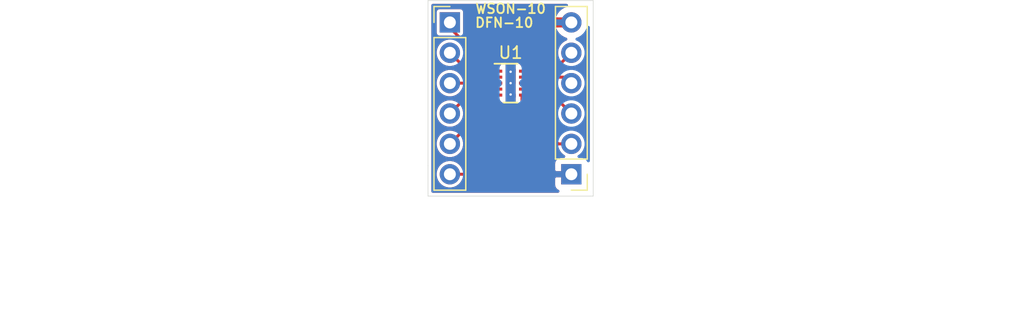
<source format=kicad_pcb>
(kicad_pcb (version 20171130) (host pcbnew "(5.1.5-0-10_14)")

  (general
    (thickness 1.6)
    (drawings 9)
    (tracks 34)
    (zones 0)
    (modules 3)
    (nets 12)
  )

  (page A4)
  (layers
    (0 F.Cu signal)
    (31 B.Cu signal)
    (32 B.Adhes user)
    (33 F.Adhes user)
    (34 B.Paste user)
    (35 F.Paste user)
    (36 B.SilkS user)
    (37 F.SilkS user)
    (38 B.Mask user)
    (39 F.Mask user)
    (40 Dwgs.User user)
    (41 Cmts.User user)
    (42 Eco1.User user)
    (43 Eco2.User user)
    (44 Edge.Cuts user)
    (45 Margin user)
    (46 B.CrtYd user)
    (47 F.CrtYd user)
    (48 B.Fab user)
    (49 F.Fab user)
  )

  (setup
    (last_trace_width 0.25)
    (user_trace_width 0.25)
    (user_trace_width 0.84)
    (trace_clearance 0.2)
    (zone_clearance 0.254)
    (zone_45_only no)
    (trace_min 0.2)
    (via_size 0.8)
    (via_drill 0.4)
    (via_min_size 0.4)
    (via_min_drill 0.3)
    (uvia_size 0.3)
    (uvia_drill 0.1)
    (uvias_allowed no)
    (uvia_min_size 0.2)
    (uvia_min_drill 0.1)
    (edge_width 0.05)
    (segment_width 0.2)
    (pcb_text_width 0.3)
    (pcb_text_size 1.5 1.5)
    (mod_edge_width 0.12)
    (mod_text_size 1 1)
    (mod_text_width 0.15)
    (pad_size 1.524 1.524)
    (pad_drill 0.762)
    (pad_to_mask_clearance 0.051)
    (solder_mask_min_width 0.25)
    (aux_axis_origin 0 0)
    (visible_elements FFFFFF7F)
    (pcbplotparams
      (layerselection 0x010fc_ffffffff)
      (usegerberextensions false)
      (usegerberattributes false)
      (usegerberadvancedattributes false)
      (creategerberjobfile false)
      (excludeedgelayer true)
      (linewidth 0.100000)
      (plotframeref false)
      (viasonmask false)
      (mode 1)
      (useauxorigin false)
      (hpglpennumber 1)
      (hpglpenspeed 20)
      (hpglpendiameter 15.000000)
      (psnegative false)
      (psa4output false)
      (plotreference true)
      (plotvalue true)
      (plotinvisibletext false)
      (padsonsilk false)
      (subtractmaskfromsilk false)
      (outputformat 1)
      (mirror false)
      (drillshape 1)
      (scaleselection 1)
      (outputdirectory ""))
  )

  (net 0 "")
  (net 1 PAD)
  (net 2 VOS)
  (net 3 SW)
  (net 4 nSLEEP)
  (net 5 PG)
  (net 6 AGND)
  (net 7 FB)
  (net 8 EN)
  (net 9 VIN)
  (net 10 PGND)
  (net 11 NC)

  (net_class Default "This is the default net class."
    (clearance 0.2)
    (trace_width 0.25)
    (via_dia 0.8)
    (via_drill 0.4)
    (uvia_dia 0.3)
    (uvia_drill 0.1)
    (add_net AGND)
    (add_net EN)
    (add_net FB)
    (add_net NC)
    (add_net PAD)
    (add_net PG)
    (add_net PGND)
    (add_net SW)
    (add_net VIN)
    (add_net VOS)
    (add_net nSLEEP)
  )

  (module Connector_PinHeader_2.54mm:PinHeader_1x06_P2.54mm_Vertical (layer F.Cu) (tedit 59FED5CC) (tstamp 5ED7F8DB)
    (at 72.2376 64.516 180)
    (descr "Through hole straight pin header, 1x06, 2.54mm pitch, single row")
    (tags "Through hole pin header THT 1x06 2.54mm single row")
    (path /5ED943AD)
    (fp_text reference J2 (at 0 -2.33) (layer F.SilkS) hide
      (effects (font (size 1 1) (thickness 0.15)))
    )
    (fp_text value Conn_01x06_Male (at 0 15.03) (layer F.Fab) hide
      (effects (font (size 1 1) (thickness 0.15)))
    )
    (fp_text user %R (at 0 6.35 90) (layer F.Fab) hide
      (effects (font (size 1 1) (thickness 0.15)))
    )
    (fp_line (start 1.8 -1.8) (end -1.8 -1.8) (layer F.CrtYd) (width 0.05))
    (fp_line (start 1.8 14.5) (end 1.8 -1.8) (layer F.CrtYd) (width 0.05))
    (fp_line (start -1.8 14.5) (end 1.8 14.5) (layer F.CrtYd) (width 0.05))
    (fp_line (start -1.8 -1.8) (end -1.8 14.5) (layer F.CrtYd) (width 0.05))
    (fp_line (start -1.33 -1.33) (end 0 -1.33) (layer F.SilkS) (width 0.12))
    (fp_line (start -1.33 0) (end -1.33 -1.33) (layer F.SilkS) (width 0.12))
    (fp_line (start -1.33 1.27) (end 1.33 1.27) (layer F.SilkS) (width 0.12))
    (fp_line (start 1.33 1.27) (end 1.33 14.03) (layer F.SilkS) (width 0.12))
    (fp_line (start -1.33 1.27) (end -1.33 14.03) (layer F.SilkS) (width 0.12))
    (fp_line (start -1.33 14.03) (end 1.33 14.03) (layer F.SilkS) (width 0.12))
    (fp_line (start -1.27 -0.635) (end -0.635 -1.27) (layer F.Fab) (width 0.1))
    (fp_line (start -1.27 13.97) (end -1.27 -0.635) (layer F.Fab) (width 0.1))
    (fp_line (start 1.27 13.97) (end -1.27 13.97) (layer F.Fab) (width 0.1))
    (fp_line (start 1.27 -1.27) (end 1.27 13.97) (layer F.Fab) (width 0.1))
    (fp_line (start -0.635 -1.27) (end 1.27 -1.27) (layer F.Fab) (width 0.1))
    (pad 6 thru_hole oval (at 0 12.7 180) (size 1.7 1.7) (drill 1) (layers *.Cu *.Mask)
      (net 1 PAD))
    (pad 5 thru_hole oval (at 0 10.16 180) (size 1.7 1.7) (drill 1) (layers *.Cu *.Mask)
      (net 2 VOS))
    (pad 4 thru_hole oval (at 0 7.62 180) (size 1.7 1.7) (drill 1) (layers *.Cu *.Mask)
      (net 3 SW))
    (pad 3 thru_hole oval (at 0 5.08 180) (size 1.7 1.7) (drill 1) (layers *.Cu *.Mask)
      (net 4 nSLEEP))
    (pad 2 thru_hole oval (at 0 2.54 180) (size 1.7 1.7) (drill 1) (layers *.Cu *.Mask)
      (net 5 PG))
    (pad 1 thru_hole rect (at 0 0 180) (size 1.7 1.7) (drill 1) (layers *.Cu *.Mask)
      (net 1 PAD))
    (model ${KISYS3DMOD}/Connector_PinHeader_2.54mm.3dshapes/PinHeader_1x06_P2.54mm_Vertical.wrl
      (at (xyz 0 0 0))
      (scale (xyz 1 1 1))
      (rotate (xyz 0 0 0))
    )
  )

  (module Connector_PinHeader_2.54mm:PinHeader_1x06_P2.54mm_Vertical (layer F.Cu) (tedit 59FED5CC) (tstamp 5ED7F8C1)
    (at 62.0776 51.816)
    (descr "Through hole straight pin header, 1x06, 2.54mm pitch, single row")
    (tags "Through hole pin header THT 1x06 2.54mm single row")
    (path /5ED9287E)
    (fp_text reference J1 (at 0 -2.33) (layer F.SilkS) hide
      (effects (font (size 1 1) (thickness 0.15)))
    )
    (fp_text value Conn_01x06_Male (at 0 15.03) (layer F.Fab) hide
      (effects (font (size 1 1) (thickness 0.15)))
    )
    (fp_text user %R (at 0 6.35 90) (layer F.Fab) hide
      (effects (font (size 1 1) (thickness 0.15)))
    )
    (fp_line (start 1.8 -1.8) (end -1.8 -1.8) (layer F.CrtYd) (width 0.05))
    (fp_line (start 1.8 14.5) (end 1.8 -1.8) (layer F.CrtYd) (width 0.05))
    (fp_line (start -1.8 14.5) (end 1.8 14.5) (layer F.CrtYd) (width 0.05))
    (fp_line (start -1.8 -1.8) (end -1.8 14.5) (layer F.CrtYd) (width 0.05))
    (fp_line (start -1.33 -1.33) (end 0 -1.33) (layer F.SilkS) (width 0.12))
    (fp_line (start -1.33 0) (end -1.33 -1.33) (layer F.SilkS) (width 0.12))
    (fp_line (start -1.33 1.27) (end 1.33 1.27) (layer F.SilkS) (width 0.12))
    (fp_line (start 1.33 1.27) (end 1.33 14.03) (layer F.SilkS) (width 0.12))
    (fp_line (start -1.33 1.27) (end -1.33 14.03) (layer F.SilkS) (width 0.12))
    (fp_line (start -1.33 14.03) (end 1.33 14.03) (layer F.SilkS) (width 0.12))
    (fp_line (start -1.27 -0.635) (end -0.635 -1.27) (layer F.Fab) (width 0.1))
    (fp_line (start -1.27 13.97) (end -1.27 -0.635) (layer F.Fab) (width 0.1))
    (fp_line (start 1.27 13.97) (end -1.27 13.97) (layer F.Fab) (width 0.1))
    (fp_line (start 1.27 -1.27) (end 1.27 13.97) (layer F.Fab) (width 0.1))
    (fp_line (start -0.635 -1.27) (end 1.27 -1.27) (layer F.Fab) (width 0.1))
    (pad 6 thru_hole oval (at 0 12.7) (size 1.7 1.7) (drill 1) (layers *.Cu *.Mask)
      (net 6 AGND))
    (pad 5 thru_hole oval (at 0 10.16) (size 1.7 1.7) (drill 1) (layers *.Cu *.Mask)
      (net 7 FB))
    (pad 4 thru_hole oval (at 0 7.62) (size 1.7 1.7) (drill 1) (layers *.Cu *.Mask)
      (net 11 NC))
    (pad 3 thru_hole oval (at 0 5.08) (size 1.7 1.7) (drill 1) (layers *.Cu *.Mask)
      (net 8 EN))
    (pad 2 thru_hole oval (at 0 2.54) (size 1.7 1.7) (drill 1) (layers *.Cu *.Mask)
      (net 9 VIN))
    (pad 1 thru_hole rect (at 0 0) (size 1.7 1.7) (drill 1) (layers *.Cu *.Mask)
      (net 10 PGND))
    (model ${KISYS3DMOD}/Connector_PinHeader_2.54mm.3dshapes/PinHeader_1x06_P2.54mm_Vertical.wrl
      (at (xyz 0 0 0))
      (scale (xyz 1 1 1))
      (rotate (xyz 0 0 0))
    )
  )

  (module Package_SON:WSON-10-1EP_2x3mm_P0.5mm_EP0.84x2.4mm_ThermalVias (layer F.Cu) (tedit 5A65F2FF) (tstamp 5ED7E56C)
    (at 67.1576 56.896)
    (descr "WSON-10 package 2x3mm body, pitch 0.5mm, thermal vias and counter-pad, see http://www.ti.com/lit/ds/symlink/tps62177.pdf")
    (tags "WSON 0.5 thermal vias")
    (path /5ED7E347)
    (attr smd)
    (fp_text reference U1 (at 0 -2.55) (layer F.SilkS)
      (effects (font (size 1 1) (thickness 0.15)))
    )
    (fp_text value TPS62177DQC (at 0 2.55) (layer F.Fab) hide
      (effects (font (size 1 1) (thickness 0.15)))
    )
    (fp_line (start -1.35 -1.625) (end 0.575 -1.625) (layer F.SilkS) (width 0.15))
    (fp_line (start -0.575 1.625) (end 0.575 1.625) (layer F.SilkS) (width 0.15))
    (fp_line (start -1.55 1.8) (end 1.55 1.8) (layer F.CrtYd) (width 0.05))
    (fp_line (start -1.55 -1.8) (end 1.55 -1.8) (layer F.CrtYd) (width 0.05))
    (fp_line (start 1.55 -1.8) (end 1.55 1.8) (layer F.CrtYd) (width 0.05))
    (fp_line (start -1.55 -1.8) (end -1.55 1.8) (layer F.CrtYd) (width 0.05))
    (fp_line (start -1 -0.5) (end 0 -1.5) (layer F.Fab) (width 0.15))
    (fp_line (start -1 1.5) (end -1 -0.5) (layer F.Fab) (width 0.15))
    (fp_line (start 1 1.5) (end -1 1.5) (layer F.Fab) (width 0.15))
    (fp_line (start 1 -1.5) (end 1 1.5) (layer F.Fab) (width 0.15))
    (fp_line (start 0 -1.5) (end 1 -1.5) (layer F.Fab) (width 0.15))
    (fp_text user %R (at 0 0) (layer F.Fab) hide
      (effects (font (size 0.5 0.5) (thickness 0.075)))
    )
    (pad "" smd rect (at 0 0.475) (size 0.65 0.7) (layers F.Paste))
    (pad "" smd rect (at 0 -0.475) (size 0.65 0.7) (layers F.Paste))
    (pad 11 smd rect (at 0 0) (size 0.84 2.4) (layers F.Cu F.Mask)
      (net 1 PAD))
    (pad 10 smd rect (at 0.95 -1) (size 0.5 0.25) (layers F.Cu F.Paste F.Mask)
      (net 2 VOS))
    (pad 9 smd rect (at 0.95 -0.5) (size 0.5 0.25) (layers F.Cu F.Paste F.Mask)
      (net 3 SW))
    (pad 8 smd rect (at 0.95 0) (size 0.5 0.25) (layers F.Cu F.Paste F.Mask)
      (net 4 nSLEEP))
    (pad 7 smd rect (at 0.95 0.5) (size 0.5 0.25) (layers F.Cu F.Paste F.Mask)
      (net 5 PG))
    (pad 6 smd rect (at 0.95 1) (size 0.5 0.25) (layers F.Cu F.Paste F.Mask)
      (net 6 AGND))
    (pad 5 smd rect (at -0.95 1) (size 0.5 0.25) (layers F.Cu F.Paste F.Mask)
      (net 7 FB))
    (pad 4 smd rect (at -0.95 0.5) (size 0.5 0.25) (layers F.Cu F.Paste F.Mask)
      (net 11 NC))
    (pad 3 smd rect (at -0.95 0) (size 0.5 0.25) (layers F.Cu F.Paste F.Mask)
      (net 8 EN))
    (pad 2 smd rect (at -0.95 -0.5) (size 0.5 0.25) (layers F.Cu F.Paste F.Mask)
      (net 9 VIN))
    (pad 1 smd rect (at -0.95 -1) (size 0.5 0.25) (layers F.Cu F.Paste F.Mask)
      (net 10 PGND))
    (pad 11 smd rect (at 0 0) (size 0.84 2.4) (layers B.Cu)
      (net 1 PAD))
    (pad 11 thru_hole circle (at 0 0) (size 0.5 0.5) (drill 0.2) (layers *.Cu F.Mask)
      (net 1 PAD))
    (pad 11 thru_hole circle (at 0 -0.95) (size 0.5 0.5) (drill 0.2) (layers *.Cu F.Mask)
      (net 1 PAD))
    (pad 11 thru_hole circle (at 0 0.95) (size 0.5 0.5) (drill 0.2) (layers *.Cu F.Mask)
      (net 1 PAD))
    (model ${KISYS3DMOD}/Package_SON.3dshapes/WSON-10-1EP_2x3mm_Pitch0.5mm_EP0.84x2.4mm.wrl
      (at (xyz 0 0 0))
      (scale (xyz 1 1 1))
      (rotate (xyz 0 0 0))
    )
  )

  (gr_text "Thermal relief between the top and bottom copper layers is specifically \nfor the TPS62177DQ Buck Regulator. However this board could be used\nfor other WSON-10 or small width DFN-10 type packages using a reflow\nsoldering method. " (at 67.2846 72.6948) (layer Cmts.User)
    (effects (font (size 1.5 1.5) (thickness 0.3)))
  )
  (gr_line (start 74.0664 63.8048) (end 74.0664 66.3448) (layer Edge.Cuts) (width 0.05) (tstamp 5ED80964))
  (gr_line (start 60.2488 66.3448) (end 74.0664 66.3448) (layer Edge.Cuts) (width 0.05))
  (gr_line (start 60.2488 63.8048) (end 60.2488 66.3448) (layer Edge.Cuts) (width 0.05))
  (gr_text DFN-10 (at 66.6242 51.8414) (layer F.SilkS)
    (effects (font (size 0.8 0.8) (thickness 0.15)))
  )
  (gr_text WSON-10 (at 67.1576 50.673) (layer F.SilkS)
    (effects (font (size 0.8 0.8) (thickness 0.15)))
  )
  (gr_line (start 74.0664 49.9872) (end 60.2488 49.9872) (layer Edge.Cuts) (width 0.05) (tstamp 5ED7F299))
  (gr_line (start 74.0664 63.8048) (end 74.0664 49.9872) (layer Edge.Cuts) (width 0.05))
  (gr_line (start 60.2488 49.9872) (end 60.2488 63.8048) (layer Edge.Cuts) (width 0.05))

  (segment (start 70.1976 51.816) (end 71.035519 51.816) (width 0.84) (layer F.Cu) (net 1))
  (segment (start 67.1576 55.946) (end 67.1576 54.6354) (width 0.84) (layer B.Cu) (net 1))
  (segment (start 67.1576 57.846) (end 67.1576 59.309) (width 0.84) (layer B.Cu) (net 1))
  (segment (start 71.035519 51.816) (end 72.2376 51.816) (width 0.84) (layer F.Cu) (net 1))
  (segment (start 67.1576 56.896) (end 67.1576 54.856) (width 0.84) (layer F.Cu) (net 1))
  (segment (start 67.1576 54.856) (end 70.1976 51.816) (width 0.84) (layer F.Cu) (net 1))
  (segment (start 67.1576 57.846) (end 67.1576 59.3598) (width 0.84) (layer F.Cu) (net 1))
  (segment (start 70.6976 55.896) (end 72.2376 54.356) (width 0.25) (layer F.Cu) (net 2))
  (segment (start 68.1076 55.896) (end 70.6976 55.896) (width 0.25) (layer F.Cu) (net 2))
  (segment (start 71.7376 56.396) (end 72.2376 56.896) (width 0.25) (layer F.Cu) (net 3))
  (segment (start 68.1076 56.396) (end 71.7376 56.396) (width 0.25) (layer F.Cu) (net 3))
  (segment (start 71.387601 58.586001) (end 72.2376 59.436) (width 0.25) (layer F.Cu) (net 4))
  (segment (start 69.747599 56.945999) (end 71.387601 58.586001) (width 0.25) (layer F.Cu) (net 4))
  (segment (start 68.248999 56.945999) (end 69.747599 56.945999) (width 0.25) (layer F.Cu) (net 4))
  (segment (start 68.199 56.896) (end 68.248999 56.945999) (width 0.25) (layer F.Cu) (net 4))
  (segment (start 68.1076 56.896) (end 68.199 56.896) (width 0.25) (layer F.Cu) (net 4))
  (segment (start 68.6076 57.396) (end 70.5866 59.375) (width 0.25) (layer F.Cu) (net 5))
  (segment (start 68.1076 57.396) (end 68.6076 57.396) (width 0.25) (layer F.Cu) (net 5))
  (segment (start 71.1376 61.976) (end 72.2376 61.976) (width 0.25) (layer F.Cu) (net 5))
  (segment (start 70.5866 61.425) (end 71.1376 61.976) (width 0.25) (layer F.Cu) (net 5))
  (segment (start 70.5866 59.375) (end 70.5866 61.425) (width 0.25) (layer F.Cu) (net 5))
  (segment (start 62.0776 64.516) (end 65.6082 64.516) (width 0.25) (layer F.Cu) (net 6))
  (segment (start 68.1076 62.0166) (end 68.1076 57.896) (width 0.25) (layer F.Cu) (net 6))
  (segment (start 65.6082 64.516) (end 68.1076 62.0166) (width 0.25) (layer F.Cu) (net 6))
  (segment (start 66.1576 57.896) (end 66.2076 57.896) (width 0.25) (layer F.Cu) (net 7))
  (segment (start 62.0776 61.976) (end 66.1576 57.896) (width 0.25) (layer F.Cu) (net 7))
  (segment (start 62.0776 56.896) (end 66.2076 56.896) (width 0.25) (layer F.Cu) (net 8))
  (segment (start 64.1176 56.396) (end 66.2076 56.396) (width 0.25) (layer F.Cu) (net 9))
  (segment (start 62.0776 54.356) (end 64.1176 56.396) (width 0.25) (layer F.Cu) (net 9))
  (segment (start 62.0776 52.266) (end 62.0776 51.816) (width 0.25) (layer F.Cu) (net 10))
  (segment (start 65.7076 55.896) (end 62.0776 52.266) (width 0.25) (layer F.Cu) (net 10))
  (segment (start 66.2076 55.896) (end 65.7076 55.896) (width 0.25) (layer F.Cu) (net 10))
  (segment (start 64.1176 57.396) (end 62.0776 59.436) (width 0.25) (layer F.Cu) (net 11))
  (segment (start 66.2076 57.396) (end 64.1176 57.396) (width 0.25) (layer F.Cu) (net 11))

  (zone (net 1) (net_name PAD) (layer B.Cu) (tstamp 0) (hatch edge 0.508)
    (connect_pads (clearance 0.254))
    (min_thickness 0.254)
    (fill yes (arc_segments 32) (thermal_gap 0.508) (thermal_bridge_width 0.508))
    (polygon
      (pts
        (xy 74.1172 49.9872) (xy 74.1426 66.3194) (xy 60.198 66.3702) (xy 60.198 49.9618)
      )
    )
    (filled_polygon
      (pts
        (xy 71.606348 50.471843) (xy 71.356245 50.620822) (xy 71.140012 50.815731) (xy 70.965959 51.04908) (xy 70.840775 51.311901)
        (xy 70.796124 51.45911) (xy 70.917445 51.689) (xy 72.1106 51.689) (xy 72.1106 51.669) (xy 72.3646 51.669)
        (xy 72.3646 51.689) (xy 72.3846 51.689) (xy 72.3846 51.943) (xy 72.3646 51.943) (xy 72.3646 51.963)
        (xy 72.1106 51.963) (xy 72.1106 51.943) (xy 70.917445 51.943) (xy 70.796124 52.17289) (xy 70.840775 52.320099)
        (xy 70.965959 52.58292) (xy 71.140012 52.816269) (xy 71.356245 53.011178) (xy 71.606348 53.160157) (xy 71.768768 53.217772)
        (xy 71.654503 53.265102) (xy 71.452883 53.39982) (xy 71.28142 53.571283) (xy 71.146702 53.772903) (xy 71.053907 53.996931)
        (xy 71.0066 54.234757) (xy 71.0066 54.477243) (xy 71.053907 54.715069) (xy 71.146702 54.939097) (xy 71.28142 55.140717)
        (xy 71.452883 55.31218) (xy 71.654503 55.446898) (xy 71.878531 55.539693) (xy 72.116357 55.587) (xy 72.358843 55.587)
        (xy 72.596669 55.539693) (xy 72.820697 55.446898) (xy 73.022317 55.31218) (xy 73.19378 55.140717) (xy 73.328498 54.939097)
        (xy 73.421293 54.715069) (xy 73.4686 54.477243) (xy 73.4686 54.234757) (xy 73.421293 53.996931) (xy 73.328498 53.772903)
        (xy 73.19378 53.571283) (xy 73.022317 53.39982) (xy 72.820697 53.265102) (xy 72.706432 53.217772) (xy 72.868852 53.160157)
        (xy 73.118955 53.011178) (xy 73.335188 52.816269) (xy 73.509241 52.58292) (xy 73.634425 52.320099) (xy 73.660401 52.23446)
        (xy 73.6604 63.390573) (xy 73.618137 63.311506) (xy 73.538785 63.214815) (xy 73.442094 63.135463) (xy 73.33178 63.076498)
        (xy 73.212082 63.040188) (xy 73.0876 63.027928) (xy 72.877306 63.029073) (xy 73.022317 62.93218) (xy 73.19378 62.760717)
        (xy 73.328498 62.559097) (xy 73.421293 62.335069) (xy 73.4686 62.097243) (xy 73.4686 61.854757) (xy 73.421293 61.616931)
        (xy 73.328498 61.392903) (xy 73.19378 61.191283) (xy 73.022317 61.01982) (xy 72.820697 60.885102) (xy 72.596669 60.792307)
        (xy 72.358843 60.745) (xy 72.116357 60.745) (xy 71.878531 60.792307) (xy 71.654503 60.885102) (xy 71.452883 61.01982)
        (xy 71.28142 61.191283) (xy 71.146702 61.392903) (xy 71.053907 61.616931) (xy 71.0066 61.854757) (xy 71.0066 62.097243)
        (xy 71.053907 62.335069) (xy 71.146702 62.559097) (xy 71.28142 62.760717) (xy 71.452883 62.93218) (xy 71.597894 63.029073)
        (xy 71.3876 63.027928) (xy 71.263118 63.040188) (xy 71.14342 63.076498) (xy 71.033106 63.135463) (xy 70.936415 63.214815)
        (xy 70.857063 63.311506) (xy 70.798098 63.42182) (xy 70.761788 63.541518) (xy 70.749528 63.666) (xy 70.7526 64.23025)
        (xy 70.91135 64.389) (xy 72.1106 64.389) (xy 72.1106 64.369) (xy 72.3646 64.369) (xy 72.3646 64.389)
        (xy 72.3846 64.389) (xy 72.3846 64.643) (xy 72.3646 64.643) (xy 72.3646 64.663) (xy 72.1106 64.663)
        (xy 72.1106 64.643) (xy 70.91135 64.643) (xy 70.7526 64.80175) (xy 70.749528 65.366) (xy 70.761788 65.490482)
        (xy 70.798098 65.61018) (xy 70.857063 65.720494) (xy 70.936415 65.817185) (xy 71.033106 65.896537) (xy 71.112173 65.9388)
        (xy 60.6548 65.9388) (xy 60.6548 64.394757) (xy 60.8466 64.394757) (xy 60.8466 64.637243) (xy 60.893907 64.875069)
        (xy 60.986702 65.099097) (xy 61.12142 65.300717) (xy 61.292883 65.47218) (xy 61.494503 65.606898) (xy 61.718531 65.699693)
        (xy 61.956357 65.747) (xy 62.198843 65.747) (xy 62.436669 65.699693) (xy 62.660697 65.606898) (xy 62.862317 65.47218)
        (xy 63.03378 65.300717) (xy 63.168498 65.099097) (xy 63.261293 64.875069) (xy 63.3086 64.637243) (xy 63.3086 64.394757)
        (xy 63.261293 64.156931) (xy 63.168498 63.932903) (xy 63.03378 63.731283) (xy 62.862317 63.55982) (xy 62.660697 63.425102)
        (xy 62.436669 63.332307) (xy 62.198843 63.285) (xy 61.956357 63.285) (xy 61.718531 63.332307) (xy 61.494503 63.425102)
        (xy 61.292883 63.55982) (xy 61.12142 63.731283) (xy 60.986702 63.932903) (xy 60.893907 64.156931) (xy 60.8466 64.394757)
        (xy 60.6548 64.394757) (xy 60.6548 61.854757) (xy 60.8466 61.854757) (xy 60.8466 62.097243) (xy 60.893907 62.335069)
        (xy 60.986702 62.559097) (xy 61.12142 62.760717) (xy 61.292883 62.93218) (xy 61.494503 63.066898) (xy 61.718531 63.159693)
        (xy 61.956357 63.207) (xy 62.198843 63.207) (xy 62.436669 63.159693) (xy 62.660697 63.066898) (xy 62.862317 62.93218)
        (xy 63.03378 62.760717) (xy 63.168498 62.559097) (xy 63.261293 62.335069) (xy 63.3086 62.097243) (xy 63.3086 61.854757)
        (xy 63.261293 61.616931) (xy 63.168498 61.392903) (xy 63.03378 61.191283) (xy 62.862317 61.01982) (xy 62.660697 60.885102)
        (xy 62.436669 60.792307) (xy 62.198843 60.745) (xy 61.956357 60.745) (xy 61.718531 60.792307) (xy 61.494503 60.885102)
        (xy 61.292883 61.01982) (xy 61.12142 61.191283) (xy 60.986702 61.392903) (xy 60.893907 61.616931) (xy 60.8466 61.854757)
        (xy 60.6548 61.854757) (xy 60.6548 59.314757) (xy 60.8466 59.314757) (xy 60.8466 59.557243) (xy 60.893907 59.795069)
        (xy 60.986702 60.019097) (xy 61.12142 60.220717) (xy 61.292883 60.39218) (xy 61.494503 60.526898) (xy 61.718531 60.619693)
        (xy 61.956357 60.667) (xy 62.198843 60.667) (xy 62.436669 60.619693) (xy 62.660697 60.526898) (xy 62.862317 60.39218)
        (xy 63.03378 60.220717) (xy 63.168498 60.019097) (xy 63.261293 59.795069) (xy 63.3086 59.557243) (xy 63.3086 59.314757)
        (xy 71.0066 59.314757) (xy 71.0066 59.557243) (xy 71.053907 59.795069) (xy 71.146702 60.019097) (xy 71.28142 60.220717)
        (xy 71.452883 60.39218) (xy 71.654503 60.526898) (xy 71.878531 60.619693) (xy 72.116357 60.667) (xy 72.358843 60.667)
        (xy 72.596669 60.619693) (xy 72.820697 60.526898) (xy 73.022317 60.39218) (xy 73.19378 60.220717) (xy 73.328498 60.019097)
        (xy 73.421293 59.795069) (xy 73.4686 59.557243) (xy 73.4686 59.314757) (xy 73.421293 59.076931) (xy 73.328498 58.852903)
        (xy 73.19378 58.651283) (xy 73.022317 58.47982) (xy 72.820697 58.345102) (xy 72.596669 58.252307) (xy 72.358843 58.205)
        (xy 72.116357 58.205) (xy 71.878531 58.252307) (xy 71.654503 58.345102) (xy 71.452883 58.47982) (xy 71.28142 58.651283)
        (xy 71.146702 58.852903) (xy 71.053907 59.076931) (xy 71.0066 59.314757) (xy 63.3086 59.314757) (xy 63.261293 59.076931)
        (xy 63.168498 58.852903) (xy 63.03378 58.651283) (xy 62.862317 58.47982) (xy 62.660697 58.345102) (xy 62.436669 58.252307)
        (xy 62.198843 58.205) (xy 61.956357 58.205) (xy 61.718531 58.252307) (xy 61.494503 58.345102) (xy 61.292883 58.47982)
        (xy 61.12142 58.651283) (xy 60.986702 58.852903) (xy 60.893907 59.076931) (xy 60.8466 59.314757) (xy 60.6548 59.314757)
        (xy 60.6548 56.774757) (xy 60.8466 56.774757) (xy 60.8466 57.017243) (xy 60.893907 57.255069) (xy 60.986702 57.479097)
        (xy 61.12142 57.680717) (xy 61.292883 57.85218) (xy 61.494503 57.986898) (xy 61.718531 58.079693) (xy 61.956357 58.127)
        (xy 62.198843 58.127) (xy 62.436669 58.079693) (xy 62.660697 57.986898) (xy 62.862317 57.85218) (xy 63.03378 57.680717)
        (xy 63.168498 57.479097) (xy 63.261293 57.255069) (xy 63.3086 57.017243) (xy 63.3086 56.774757) (xy 63.261293 56.536931)
        (xy 63.168498 56.312903) (xy 63.03378 56.111283) (xy 62.862317 55.93982) (xy 62.660697 55.805102) (xy 62.436669 55.712307)
        (xy 62.354689 55.696) (xy 66.099528 55.696) (xy 66.1026 56.61025) (xy 66.26135 56.769) (xy 66.280586 56.769)
        (xy 66.272487 56.809998) (xy 66.272716 56.984328) (xy 66.280461 57.023) (xy 66.26135 57.023) (xy 66.1026 57.18175)
        (xy 66.099528 58.096) (xy 66.111788 58.220482) (xy 66.148098 58.34018) (xy 66.207063 58.450494) (xy 66.286415 58.547185)
        (xy 66.383106 58.626537) (xy 66.49342 58.685502) (xy 66.613118 58.721812) (xy 66.7376 58.734072) (xy 66.87185 58.731)
        (xy 66.904706 58.698144) (xy 67.071598 58.731113) (xy 67.245928 58.730884) (xy 67.410311 58.697961) (xy 67.44335 58.731)
        (xy 67.5776 58.734072) (xy 67.702082 58.721812) (xy 67.82178 58.685502) (xy 67.932094 58.626537) (xy 68.028785 58.547185)
        (xy 68.108137 58.450494) (xy 68.167102 58.34018) (xy 68.203412 58.220482) (xy 68.215672 58.096) (xy 68.2126 57.18175)
        (xy 68.05385 57.023) (xy 68.034614 57.023) (xy 68.042713 56.982002) (xy 68.042484 56.807672) (xy 68.035892 56.774757)
        (xy 71.0066 56.774757) (xy 71.0066 57.017243) (xy 71.053907 57.255069) (xy 71.146702 57.479097) (xy 71.28142 57.680717)
        (xy 71.452883 57.85218) (xy 71.654503 57.986898) (xy 71.878531 58.079693) (xy 72.116357 58.127) (xy 72.358843 58.127)
        (xy 72.596669 58.079693) (xy 72.820697 57.986898) (xy 73.022317 57.85218) (xy 73.19378 57.680717) (xy 73.328498 57.479097)
        (xy 73.421293 57.255069) (xy 73.4686 57.017243) (xy 73.4686 56.774757) (xy 73.421293 56.536931) (xy 73.328498 56.312903)
        (xy 73.19378 56.111283) (xy 73.022317 55.93982) (xy 72.820697 55.805102) (xy 72.596669 55.712307) (xy 72.358843 55.665)
        (xy 72.116357 55.665) (xy 71.878531 55.712307) (xy 71.654503 55.805102) (xy 71.452883 55.93982) (xy 71.28142 56.111283)
        (xy 71.146702 56.312903) (xy 71.053907 56.536931) (xy 71.0066 56.774757) (xy 68.035892 56.774757) (xy 68.034739 56.769)
        (xy 68.05385 56.769) (xy 68.2126 56.61025) (xy 68.215672 55.696) (xy 68.203412 55.571518) (xy 68.167102 55.45182)
        (xy 68.108137 55.341506) (xy 68.028785 55.244815) (xy 67.932094 55.165463) (xy 67.82178 55.106498) (xy 67.702082 55.070188)
        (xy 67.5776 55.057928) (xy 67.44335 55.061) (xy 67.410494 55.093856) (xy 67.243602 55.060887) (xy 67.069272 55.061116)
        (xy 66.904889 55.094039) (xy 66.87185 55.061) (xy 66.7376 55.057928) (xy 66.613118 55.070188) (xy 66.49342 55.106498)
        (xy 66.383106 55.165463) (xy 66.286415 55.244815) (xy 66.207063 55.341506) (xy 66.148098 55.45182) (xy 66.111788 55.571518)
        (xy 66.099528 55.696) (xy 62.354689 55.696) (xy 62.198843 55.665) (xy 61.956357 55.665) (xy 61.718531 55.712307)
        (xy 61.494503 55.805102) (xy 61.292883 55.93982) (xy 61.12142 56.111283) (xy 60.986702 56.312903) (xy 60.893907 56.536931)
        (xy 60.8466 56.774757) (xy 60.6548 56.774757) (xy 60.6548 54.234757) (xy 60.8466 54.234757) (xy 60.8466 54.477243)
        (xy 60.893907 54.715069) (xy 60.986702 54.939097) (xy 61.12142 55.140717) (xy 61.292883 55.31218) (xy 61.494503 55.446898)
        (xy 61.718531 55.539693) (xy 61.956357 55.587) (xy 62.198843 55.587) (xy 62.436669 55.539693) (xy 62.660697 55.446898)
        (xy 62.862317 55.31218) (xy 63.03378 55.140717) (xy 63.168498 54.939097) (xy 63.261293 54.715069) (xy 63.3086 54.477243)
        (xy 63.3086 54.234757) (xy 63.261293 53.996931) (xy 63.168498 53.772903) (xy 63.03378 53.571283) (xy 62.862317 53.39982)
        (xy 62.660697 53.265102) (xy 62.436669 53.172307) (xy 62.198843 53.125) (xy 61.956357 53.125) (xy 61.718531 53.172307)
        (xy 61.494503 53.265102) (xy 61.292883 53.39982) (xy 61.12142 53.571283) (xy 60.986702 53.772903) (xy 60.893907 53.996931)
        (xy 60.8466 54.234757) (xy 60.6548 54.234757) (xy 60.6548 50.966) (xy 60.844757 50.966) (xy 60.844757 52.666)
        (xy 60.852113 52.740689) (xy 60.873899 52.812508) (xy 60.909278 52.878696) (xy 60.956889 52.936711) (xy 61.014904 52.984322)
        (xy 61.081092 53.019701) (xy 61.152911 53.041487) (xy 61.2276 53.048843) (xy 62.9276 53.048843) (xy 63.002289 53.041487)
        (xy 63.074108 53.019701) (xy 63.140296 52.984322) (xy 63.198311 52.936711) (xy 63.245922 52.878696) (xy 63.281301 52.812508)
        (xy 63.303087 52.740689) (xy 63.310443 52.666) (xy 63.310443 50.966) (xy 63.303087 50.891311) (xy 63.281301 50.819492)
        (xy 63.245922 50.753304) (xy 63.198311 50.695289) (xy 63.140296 50.647678) (xy 63.074108 50.612299) (xy 63.002289 50.590513)
        (xy 62.9276 50.583157) (xy 61.2276 50.583157) (xy 61.152911 50.590513) (xy 61.081092 50.612299) (xy 61.014904 50.647678)
        (xy 60.956889 50.695289) (xy 60.909278 50.753304) (xy 60.873899 50.819492) (xy 60.852113 50.891311) (xy 60.844757 50.966)
        (xy 60.6548 50.966) (xy 60.6548 50.3932) (xy 71.828046 50.3932)
      )
    )
    (filled_polygon
      (pts
        (xy 67.071598 57.781113) (xy 67.245928 57.780884) (xy 67.2846 57.773139) (xy 67.2846 57.92689) (xy 67.174571 58.036919)
        (xy 67.1576 58.019948) (xy 67.140629 58.036919) (xy 67.0306 57.92689) (xy 67.0306 57.773014)
      )
    )
    (filled_polygon
      (pts
        (xy 67.071598 56.831113) (xy 67.245928 56.830884) (xy 67.291289 56.821799) (xy 67.348519 56.879029) (xy 67.331548 56.896)
        (xy 67.348519 56.912971) (xy 67.2912 56.97029) (xy 67.243602 56.960887) (xy 67.069272 56.961116) (xy 67.023911 56.970201)
        (xy 66.966681 56.912971) (xy 66.983652 56.896) (xy 66.966681 56.879029) (xy 67.024 56.82171)
      )
    )
    (filled_polygon
      (pts
        (xy 67.2846 55.86511) (xy 67.2846 56.018986) (xy 67.243602 56.010887) (xy 67.069272 56.011116) (xy 67.0306 56.018861)
        (xy 67.0306 55.86511) (xy 67.140629 55.755081) (xy 67.1576 55.772052) (xy 67.174571 55.755081)
      )
    )
  )
  (zone (net 1) (net_name PAD) (layer F.Cu) (tstamp 0) (hatch edge 0.508)
    (connect_pads (clearance 0.254))
    (min_thickness 0.254)
    (fill yes (arc_segments 32) (thermal_gap 0.508) (thermal_bridge_width 0.508))
    (polygon
      (pts
        (xy 74.1172 66.3194) (xy 60.198 66.3702) (xy 60.198 49.9618) (xy 74.1172 49.9618)
      )
    )
    (filled_polygon
      (pts
        (xy 71.606348 50.471843) (xy 71.356245 50.620822) (xy 71.140012 50.815731) (xy 70.965959 51.04908) (xy 70.840775 51.311901)
        (xy 70.796124 51.45911) (xy 70.917445 51.689) (xy 72.1106 51.689) (xy 72.1106 51.669) (xy 72.3646 51.669)
        (xy 72.3646 51.689) (xy 72.3846 51.689) (xy 72.3846 51.943) (xy 72.3646 51.943) (xy 72.3646 51.963)
        (xy 72.1106 51.963) (xy 72.1106 51.943) (xy 70.917445 51.943) (xy 70.796124 52.17289) (xy 70.840775 52.320099)
        (xy 70.965959 52.58292) (xy 71.140012 52.816269) (xy 71.356245 53.011178) (xy 71.606348 53.160157) (xy 71.768768 53.217772)
        (xy 71.654503 53.265102) (xy 71.452883 53.39982) (xy 71.28142 53.571283) (xy 71.146702 53.772903) (xy 71.053907 53.996931)
        (xy 71.0066 54.234757) (xy 71.0066 54.477243) (xy 71.053907 54.715069) (xy 71.085842 54.792167) (xy 70.488009 55.39)
        (xy 68.376313 55.39) (xy 68.3576 55.388157) (xy 68.133073 55.388157) (xy 68.108137 55.341506) (xy 68.028785 55.244815)
        (xy 67.932094 55.165463) (xy 67.82178 55.106498) (xy 67.702082 55.070188) (xy 67.5776 55.057928) (xy 67.44335 55.061)
        (xy 67.410494 55.093856) (xy 67.284602 55.068986) (xy 67.284602 55.061) (xy 67.244174 55.061) (xy 67.243602 55.060887)
        (xy 67.157579 55.061) (xy 67.030598 55.061) (xy 67.030598 55.068862) (xy 66.904889 55.094039) (xy 66.87185 55.061)
        (xy 66.7376 55.057928) (xy 66.613118 55.070188) (xy 66.49342 55.106498) (xy 66.383106 55.165463) (xy 66.286415 55.244815)
        (xy 66.207063 55.341506) (xy 66.182127 55.388157) (xy 65.9576 55.388157) (xy 65.938887 55.39) (xy 65.917192 55.39)
        (xy 63.294893 52.767702) (xy 63.303087 52.740689) (xy 63.310443 52.666) (xy 63.310443 50.966) (xy 63.303087 50.891311)
        (xy 63.281301 50.819492) (xy 63.245922 50.753304) (xy 63.198311 50.695289) (xy 63.140296 50.647678) (xy 63.074108 50.612299)
        (xy 63.002289 50.590513) (xy 62.9276 50.583157) (xy 61.2276 50.583157) (xy 61.152911 50.590513) (xy 61.081092 50.612299)
        (xy 61.014904 50.647678) (xy 60.956889 50.695289) (xy 60.909278 50.753304) (xy 60.873899 50.819492) (xy 60.852113 50.891311)
        (xy 60.844757 50.966) (xy 60.844757 52.666) (xy 60.852113 52.740689) (xy 60.873899 52.812508) (xy 60.909278 52.878696)
        (xy 60.956889 52.936711) (xy 61.014904 52.984322) (xy 61.081092 53.019701) (xy 61.152911 53.041487) (xy 61.2276 53.048843)
        (xy 62.144852 53.048843) (xy 62.226513 53.130504) (xy 62.198843 53.125) (xy 61.956357 53.125) (xy 61.718531 53.172307)
        (xy 61.494503 53.265102) (xy 61.292883 53.39982) (xy 61.12142 53.571283) (xy 60.986702 53.772903) (xy 60.893907 53.996931)
        (xy 60.8466 54.234757) (xy 60.8466 54.477243) (xy 60.893907 54.715069) (xy 60.986702 54.939097) (xy 61.12142 55.140717)
        (xy 61.292883 55.31218) (xy 61.494503 55.446898) (xy 61.718531 55.539693) (xy 61.956357 55.587) (xy 62.198843 55.587)
        (xy 62.436669 55.539693) (xy 62.513767 55.507758) (xy 63.396008 56.39) (xy 63.200432 56.39) (xy 63.168498 56.312903)
        (xy 63.03378 56.111283) (xy 62.862317 55.93982) (xy 62.660697 55.805102) (xy 62.436669 55.712307) (xy 62.198843 55.665)
        (xy 61.956357 55.665) (xy 61.718531 55.712307) (xy 61.494503 55.805102) (xy 61.292883 55.93982) (xy 61.12142 56.111283)
        (xy 60.986702 56.312903) (xy 60.893907 56.536931) (xy 60.8466 56.774757) (xy 60.8466 57.017243) (xy 60.893907 57.255069)
        (xy 60.986702 57.479097) (xy 61.12142 57.680717) (xy 61.292883 57.85218) (xy 61.494503 57.986898) (xy 61.718531 58.079693)
        (xy 61.956357 58.127) (xy 62.198843 58.127) (xy 62.436669 58.079693) (xy 62.660697 57.986898) (xy 62.862317 57.85218)
        (xy 63.03378 57.680717) (xy 63.168498 57.479097) (xy 63.200432 57.402) (xy 63.396008 57.402) (xy 62.513767 58.284242)
        (xy 62.436669 58.252307) (xy 62.198843 58.205) (xy 61.956357 58.205) (xy 61.718531 58.252307) (xy 61.494503 58.345102)
        (xy 61.292883 58.47982) (xy 61.12142 58.651283) (xy 60.986702 58.852903) (xy 60.893907 59.076931) (xy 60.8466 59.314757)
        (xy 60.8466 59.557243) (xy 60.893907 59.795069) (xy 60.986702 60.019097) (xy 61.12142 60.220717) (xy 61.292883 60.39218)
        (xy 61.494503 60.526898) (xy 61.718531 60.619693) (xy 61.956357 60.667) (xy 62.198843 60.667) (xy 62.436669 60.619693)
        (xy 62.660697 60.526898) (xy 62.862317 60.39218) (xy 63.03378 60.220717) (xy 63.168498 60.019097) (xy 63.261293 59.795069)
        (xy 63.3086 59.557243) (xy 63.3086 59.314757) (xy 63.261293 59.076931) (xy 63.229358 58.999833) (xy 64.327192 57.902)
        (xy 65.436008 57.902) (xy 62.513767 60.824242) (xy 62.436669 60.792307) (xy 62.198843 60.745) (xy 61.956357 60.745)
        (xy 61.718531 60.792307) (xy 61.494503 60.885102) (xy 61.292883 61.01982) (xy 61.12142 61.191283) (xy 60.986702 61.392903)
        (xy 60.893907 61.616931) (xy 60.8466 61.854757) (xy 60.8466 62.097243) (xy 60.893907 62.335069) (xy 60.986702 62.559097)
        (xy 61.12142 62.760717) (xy 61.292883 62.93218) (xy 61.494503 63.066898) (xy 61.718531 63.159693) (xy 61.956357 63.207)
        (xy 62.198843 63.207) (xy 62.436669 63.159693) (xy 62.660697 63.066898) (xy 62.862317 62.93218) (xy 63.03378 62.760717)
        (xy 63.168498 62.559097) (xy 63.261293 62.335069) (xy 63.3086 62.097243) (xy 63.3086 61.854757) (xy 63.261293 61.616931)
        (xy 63.229358 61.539833) (xy 66.257383 58.511809) (xy 66.286415 58.547185) (xy 66.383106 58.626537) (xy 66.49342 58.685502)
        (xy 66.613118 58.721812) (xy 66.7376 58.734072) (xy 66.87185 58.731) (xy 66.904706 58.698144) (xy 67.030598 58.723014)
        (xy 67.030598 58.731) (xy 67.071026 58.731) (xy 67.071598 58.731113) (xy 67.157621 58.731) (xy 67.284602 58.731)
        (xy 67.284602 58.723138) (xy 67.410311 58.697961) (xy 67.44335 58.731) (xy 67.5776 58.734072) (xy 67.601601 58.731708)
        (xy 67.6016 61.807008) (xy 65.398609 64.01) (xy 63.200432 64.01) (xy 63.168498 63.932903) (xy 63.03378 63.731283)
        (xy 62.862317 63.55982) (xy 62.660697 63.425102) (xy 62.436669 63.332307) (xy 62.198843 63.285) (xy 61.956357 63.285)
        (xy 61.718531 63.332307) (xy 61.494503 63.425102) (xy 61.292883 63.55982) (xy 61.12142 63.731283) (xy 60.986702 63.932903)
        (xy 60.893907 64.156931) (xy 60.8466 64.394757) (xy 60.8466 64.637243) (xy 60.893907 64.875069) (xy 60.986702 65.099097)
        (xy 61.12142 65.300717) (xy 61.292883 65.47218) (xy 61.494503 65.606898) (xy 61.718531 65.699693) (xy 61.956357 65.747)
        (xy 62.198843 65.747) (xy 62.436669 65.699693) (xy 62.660697 65.606898) (xy 62.862317 65.47218) (xy 63.03378 65.300717)
        (xy 63.168498 65.099097) (xy 63.200432 65.022) (xy 65.583354 65.022) (xy 65.6082 65.024447) (xy 65.633046 65.022)
        (xy 65.633054 65.022) (xy 65.707393 65.014678) (xy 65.802775 64.985745) (xy 65.890679 64.938759) (xy 65.967727 64.875527)
        (xy 65.983576 64.856215) (xy 68.44782 62.391972) (xy 68.467127 62.376127) (xy 68.530359 62.299079) (xy 68.577345 62.211175)
        (xy 68.606278 62.115793) (xy 68.6136 62.041454) (xy 68.6136 62.041447) (xy 68.616047 62.016601) (xy 68.6136 61.991755)
        (xy 68.6136 58.303784) (xy 68.628311 58.291711) (xy 68.675922 58.233696) (xy 68.694656 58.198647) (xy 70.0806 59.584592)
        (xy 70.080601 61.400144) (xy 70.078153 61.425) (xy 70.087922 61.524192) (xy 70.116855 61.619574) (xy 70.125517 61.635779)
        (xy 70.163842 61.707479) (xy 70.227074 61.784527) (xy 70.24638 61.800371) (xy 70.762228 62.31622) (xy 70.778073 62.335527)
        (xy 70.855121 62.398759) (xy 70.931078 62.439359) (xy 70.943025 62.445745) (xy 71.038407 62.474678) (xy 71.114854 62.482208)
        (xy 71.146702 62.559097) (xy 71.28142 62.760717) (xy 71.452883 62.93218) (xy 71.597894 63.029073) (xy 71.3876 63.027928)
        (xy 71.263118 63.040188) (xy 71.14342 63.076498) (xy 71.033106 63.135463) (xy 70.936415 63.214815) (xy 70.857063 63.311506)
        (xy 70.798098 63.42182) (xy 70.761788 63.541518) (xy 70.749528 63.666) (xy 70.7526 64.23025) (xy 70.91135 64.389)
        (xy 72.1106 64.389) (xy 72.1106 64.369) (xy 72.3646 64.369) (xy 72.3646 64.389) (xy 72.3846 64.389)
        (xy 72.3846 64.643) (xy 72.3646 64.643) (xy 72.3646 64.663) (xy 72.1106 64.663) (xy 72.1106 64.643)
        (xy 70.91135 64.643) (xy 70.7526 64.80175) (xy 70.749528 65.366) (xy 70.761788 65.490482) (xy 70.798098 65.61018)
        (xy 70.857063 65.720494) (xy 70.936415 65.817185) (xy 71.033106 65.896537) (xy 71.112173 65.9388) (xy 60.6548 65.9388)
        (xy 60.6548 50.3932) (xy 71.828046 50.3932)
      )
    )
    (filled_polygon
      (pts
        (xy 67.071598 56.831113) (xy 67.245928 56.830884) (xy 67.291289 56.821799) (xy 67.3046 56.83511) (xy 67.3046 56.95689)
        (xy 67.2912 56.97029) (xy 67.243602 56.960887) (xy 67.069272 56.961116) (xy 67.023911 56.970201) (xy 67.0106 56.95689)
        (xy 67.0106 56.83511) (xy 67.024 56.82171)
      )
    )
  )
)

</source>
